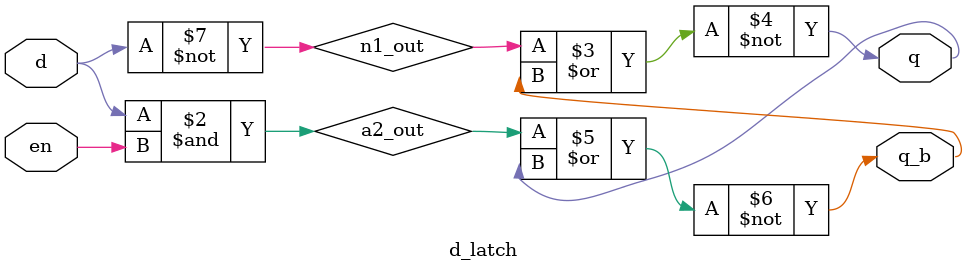
<source format=v>
`timescale 1ns / 1ps


module d_latch(
input d,en,
output q,q_b
    );
    wire a1_out,a2_out,n1_out;
    not n1(n1_out,d);
    
    and a1(a1_out,n1_out,en);
    and a2(a2_out,d,en);
    nor nr1(q,n1_out,q_b);
    nor nr2(q_b,a2_out,q);
endmodule

</source>
